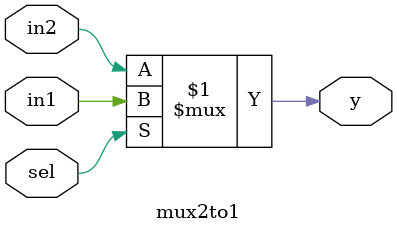
<source format=v>
module mux2to1(
input in1,in2,
input sel,
output y);
assign y = (sel) ? in1: in2;
endmodule

</source>
